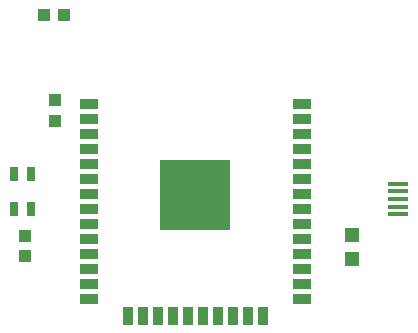
<source format=gtp>
G75*
%MOIN*%
%OFA0B0*%
%FSLAX25Y25*%
%IPPOS*%
%LPD*%
%AMOC8*
5,1,8,0,0,1.08239X$1,22.5*
%
%ADD10R,0.04252X0.04134*%
%ADD11R,0.02756X0.04724*%
%ADD12R,0.04724X0.04724*%
%ADD13R,0.04331X0.03937*%
%ADD14R,0.03937X0.04331*%
%ADD15R,0.06890X0.01575*%
%ADD16R,0.05906X0.03543*%
%ADD17R,0.03543X0.05906*%
%ADD18R,0.23622X0.23622*%
D10*
X0043405Y0115955D03*
X0043405Y0122845D03*
D11*
X0035161Y0098306D03*
X0029649Y0098306D03*
X0029649Y0086494D03*
X0035161Y0086494D03*
D12*
X0142405Y0078034D03*
X0142405Y0069766D03*
D13*
X0033405Y0071054D03*
X0033405Y0077746D03*
D14*
X0039559Y0151400D03*
X0046252Y0151400D03*
D15*
X0157590Y0095018D03*
X0157590Y0092459D03*
X0157590Y0089900D03*
X0157590Y0087341D03*
X0157590Y0084782D03*
D16*
X0054672Y0056715D03*
X0054672Y0061715D03*
X0054672Y0066715D03*
X0054672Y0071715D03*
X0054672Y0076715D03*
X0054672Y0081715D03*
X0054672Y0086715D03*
X0054672Y0091715D03*
X0054672Y0096715D03*
X0054672Y0101715D03*
X0054672Y0106715D03*
X0054672Y0111715D03*
X0054672Y0116715D03*
X0054672Y0121715D03*
X0125538Y0121715D03*
X0125538Y0116715D03*
X0125538Y0111715D03*
X0125538Y0106715D03*
X0125538Y0101715D03*
X0125538Y0096715D03*
X0125538Y0091715D03*
X0125538Y0086715D03*
X0125538Y0081715D03*
X0125538Y0076715D03*
X0125538Y0071715D03*
X0125538Y0066715D03*
X0125538Y0061715D03*
X0125538Y0056715D03*
D17*
X0112605Y0050849D03*
X0107605Y0050849D03*
X0102605Y0050849D03*
X0097605Y0050849D03*
X0092605Y0050849D03*
X0087605Y0050849D03*
X0082605Y0050849D03*
X0077605Y0050849D03*
X0072605Y0050849D03*
X0067605Y0050849D03*
D18*
X0090105Y0091400D03*
M02*

</source>
